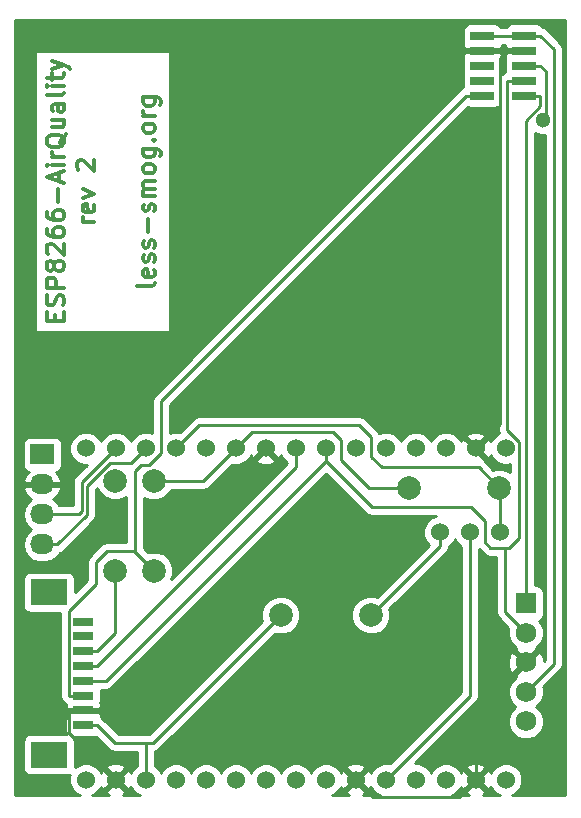
<source format=gbr>
G04 #@! TF.FileFunction,Copper,L1,Top,Signal*
%FSLAX46Y46*%
G04 Gerber Fmt 4.6, Leading zero omitted, Abs format (unit mm)*
G04 Created by KiCad (PCBNEW 4.0.6) date 2017 May 11, Thursday 23:22:10*
%MOMM*%
%LPD*%
G01*
G04 APERTURE LIST*
%ADD10C,1.000000*%
%ADD11C,0.300000*%
%ADD12R,1.700000X0.800000*%
%ADD13R,3.100000X2.200000*%
%ADD14R,2.032000X1.727200*%
%ADD15O,2.032000X1.727200*%
%ADD16R,2.050000X0.760000*%
%ADD17R,1.750000X1.750000*%
%ADD18C,1.750000*%
%ADD19C,1.524000*%
%ADD20C,1.998980*%
%ADD21C,1.300000*%
%ADD22C,0.250000*%
%ADD23C,0.254000*%
G04 APERTURE END LIST*
D10*
D11*
X23135357Y-46061070D02*
X23135357Y-45561070D01*
X23921071Y-45346784D02*
X23921071Y-46061070D01*
X22421071Y-46061070D01*
X22421071Y-45346784D01*
X23849643Y-44775356D02*
X23921071Y-44561070D01*
X23921071Y-44203927D01*
X23849643Y-44061070D01*
X23778214Y-43989641D01*
X23635357Y-43918213D01*
X23492500Y-43918213D01*
X23349643Y-43989641D01*
X23278214Y-44061070D01*
X23206786Y-44203927D01*
X23135357Y-44489641D01*
X23063929Y-44632499D01*
X22992500Y-44703927D01*
X22849643Y-44775356D01*
X22706786Y-44775356D01*
X22563929Y-44703927D01*
X22492500Y-44632499D01*
X22421071Y-44489641D01*
X22421071Y-44132499D01*
X22492500Y-43918213D01*
X23921071Y-43275356D02*
X22421071Y-43275356D01*
X22421071Y-42703928D01*
X22492500Y-42561070D01*
X22563929Y-42489642D01*
X22706786Y-42418213D01*
X22921071Y-42418213D01*
X23063929Y-42489642D01*
X23135357Y-42561070D01*
X23206786Y-42703928D01*
X23206786Y-43275356D01*
X23063929Y-41561070D02*
X22992500Y-41703928D01*
X22921071Y-41775356D01*
X22778214Y-41846785D01*
X22706786Y-41846785D01*
X22563929Y-41775356D01*
X22492500Y-41703928D01*
X22421071Y-41561070D01*
X22421071Y-41275356D01*
X22492500Y-41132499D01*
X22563929Y-41061070D01*
X22706786Y-40989642D01*
X22778214Y-40989642D01*
X22921071Y-41061070D01*
X22992500Y-41132499D01*
X23063929Y-41275356D01*
X23063929Y-41561070D01*
X23135357Y-41703928D01*
X23206786Y-41775356D01*
X23349643Y-41846785D01*
X23635357Y-41846785D01*
X23778214Y-41775356D01*
X23849643Y-41703928D01*
X23921071Y-41561070D01*
X23921071Y-41275356D01*
X23849643Y-41132499D01*
X23778214Y-41061070D01*
X23635357Y-40989642D01*
X23349643Y-40989642D01*
X23206786Y-41061070D01*
X23135357Y-41132499D01*
X23063929Y-41275356D01*
X22563929Y-40418214D02*
X22492500Y-40346785D01*
X22421071Y-40203928D01*
X22421071Y-39846785D01*
X22492500Y-39703928D01*
X22563929Y-39632499D01*
X22706786Y-39561071D01*
X22849643Y-39561071D01*
X23063929Y-39632499D01*
X23921071Y-40489642D01*
X23921071Y-39561071D01*
X22421071Y-38275357D02*
X22421071Y-38561071D01*
X22492500Y-38703928D01*
X22563929Y-38775357D01*
X22778214Y-38918214D01*
X23063929Y-38989643D01*
X23635357Y-38989643D01*
X23778214Y-38918214D01*
X23849643Y-38846786D01*
X23921071Y-38703928D01*
X23921071Y-38418214D01*
X23849643Y-38275357D01*
X23778214Y-38203928D01*
X23635357Y-38132500D01*
X23278214Y-38132500D01*
X23135357Y-38203928D01*
X23063929Y-38275357D01*
X22992500Y-38418214D01*
X22992500Y-38703928D01*
X23063929Y-38846786D01*
X23135357Y-38918214D01*
X23278214Y-38989643D01*
X22421071Y-36846786D02*
X22421071Y-37132500D01*
X22492500Y-37275357D01*
X22563929Y-37346786D01*
X22778214Y-37489643D01*
X23063929Y-37561072D01*
X23635357Y-37561072D01*
X23778214Y-37489643D01*
X23849643Y-37418215D01*
X23921071Y-37275357D01*
X23921071Y-36989643D01*
X23849643Y-36846786D01*
X23778214Y-36775357D01*
X23635357Y-36703929D01*
X23278214Y-36703929D01*
X23135357Y-36775357D01*
X23063929Y-36846786D01*
X22992500Y-36989643D01*
X22992500Y-37275357D01*
X23063929Y-37418215D01*
X23135357Y-37489643D01*
X23278214Y-37561072D01*
X23349643Y-36061072D02*
X23349643Y-34918215D01*
X23492500Y-34275358D02*
X23492500Y-33561072D01*
X23921071Y-34418215D02*
X22421071Y-33918215D01*
X23921071Y-33418215D01*
X23921071Y-32918215D02*
X22921071Y-32918215D01*
X22421071Y-32918215D02*
X22492500Y-32989644D01*
X22563929Y-32918215D01*
X22492500Y-32846787D01*
X22421071Y-32918215D01*
X22563929Y-32918215D01*
X23921071Y-32203929D02*
X22921071Y-32203929D01*
X23206786Y-32203929D02*
X23063929Y-32132501D01*
X22992500Y-32061072D01*
X22921071Y-31918215D01*
X22921071Y-31775358D01*
X24063929Y-30275358D02*
X23992500Y-30418215D01*
X23849643Y-30561072D01*
X23635357Y-30775358D01*
X23563929Y-30918215D01*
X23563929Y-31061072D01*
X23921071Y-30989644D02*
X23849643Y-31132501D01*
X23706786Y-31275358D01*
X23421071Y-31346787D01*
X22921071Y-31346787D01*
X22635357Y-31275358D01*
X22492500Y-31132501D01*
X22421071Y-30989644D01*
X22421071Y-30703930D01*
X22492500Y-30561072D01*
X22635357Y-30418215D01*
X22921071Y-30346787D01*
X23421071Y-30346787D01*
X23706786Y-30418215D01*
X23849643Y-30561072D01*
X23921071Y-30703930D01*
X23921071Y-30989644D01*
X22921071Y-29061072D02*
X23921071Y-29061072D01*
X22921071Y-29703929D02*
X23706786Y-29703929D01*
X23849643Y-29632501D01*
X23921071Y-29489643D01*
X23921071Y-29275358D01*
X23849643Y-29132501D01*
X23778214Y-29061072D01*
X23921071Y-27703929D02*
X23135357Y-27703929D01*
X22992500Y-27775358D01*
X22921071Y-27918215D01*
X22921071Y-28203929D01*
X22992500Y-28346786D01*
X23849643Y-27703929D02*
X23921071Y-27846786D01*
X23921071Y-28203929D01*
X23849643Y-28346786D01*
X23706786Y-28418215D01*
X23563929Y-28418215D01*
X23421071Y-28346786D01*
X23349643Y-28203929D01*
X23349643Y-27846786D01*
X23278214Y-27703929D01*
X23921071Y-26775357D02*
X23849643Y-26918215D01*
X23706786Y-26989643D01*
X22421071Y-26989643D01*
X23921071Y-26203929D02*
X22921071Y-26203929D01*
X22421071Y-26203929D02*
X22492500Y-26275358D01*
X22563929Y-26203929D01*
X22492500Y-26132501D01*
X22421071Y-26203929D01*
X22563929Y-26203929D01*
X22921071Y-25703929D02*
X22921071Y-25132500D01*
X22421071Y-25489643D02*
X23706786Y-25489643D01*
X23849643Y-25418215D01*
X23921071Y-25275357D01*
X23921071Y-25132500D01*
X22921071Y-24775357D02*
X23921071Y-24418214D01*
X22921071Y-24061072D02*
X23921071Y-24418214D01*
X24278214Y-24561072D01*
X24349643Y-24632500D01*
X24421071Y-24775357D01*
X26471071Y-37739642D02*
X25471071Y-37739642D01*
X25756786Y-37739642D02*
X25613929Y-37668214D01*
X25542500Y-37596785D01*
X25471071Y-37453928D01*
X25471071Y-37311071D01*
X26399643Y-36239643D02*
X26471071Y-36382500D01*
X26471071Y-36668214D01*
X26399643Y-36811071D01*
X26256786Y-36882500D01*
X25685357Y-36882500D01*
X25542500Y-36811071D01*
X25471071Y-36668214D01*
X25471071Y-36382500D01*
X25542500Y-36239643D01*
X25685357Y-36168214D01*
X25828214Y-36168214D01*
X25971071Y-36882500D01*
X25471071Y-35668214D02*
X26471071Y-35311071D01*
X25471071Y-34953929D01*
X25113929Y-33311072D02*
X25042500Y-33239643D01*
X24971071Y-33096786D01*
X24971071Y-32739643D01*
X25042500Y-32596786D01*
X25113929Y-32525357D01*
X25256786Y-32453929D01*
X25399643Y-32453929D01*
X25613929Y-32525357D01*
X26471071Y-33382500D01*
X26471071Y-32453929D01*
X31571071Y-42882500D02*
X31499643Y-43025358D01*
X31356786Y-43096786D01*
X30071071Y-43096786D01*
X31499643Y-41739644D02*
X31571071Y-41882501D01*
X31571071Y-42168215D01*
X31499643Y-42311072D01*
X31356786Y-42382501D01*
X30785357Y-42382501D01*
X30642500Y-42311072D01*
X30571071Y-42168215D01*
X30571071Y-41882501D01*
X30642500Y-41739644D01*
X30785357Y-41668215D01*
X30928214Y-41668215D01*
X31071071Y-42382501D01*
X31499643Y-41096787D02*
X31571071Y-40953930D01*
X31571071Y-40668215D01*
X31499643Y-40525358D01*
X31356786Y-40453930D01*
X31285357Y-40453930D01*
X31142500Y-40525358D01*
X31071071Y-40668215D01*
X31071071Y-40882501D01*
X30999643Y-41025358D01*
X30856786Y-41096787D01*
X30785357Y-41096787D01*
X30642500Y-41025358D01*
X30571071Y-40882501D01*
X30571071Y-40668215D01*
X30642500Y-40525358D01*
X31499643Y-39882501D02*
X31571071Y-39739644D01*
X31571071Y-39453929D01*
X31499643Y-39311072D01*
X31356786Y-39239644D01*
X31285357Y-39239644D01*
X31142500Y-39311072D01*
X31071071Y-39453929D01*
X31071071Y-39668215D01*
X30999643Y-39811072D01*
X30856786Y-39882501D01*
X30785357Y-39882501D01*
X30642500Y-39811072D01*
X30571071Y-39668215D01*
X30571071Y-39453929D01*
X30642500Y-39311072D01*
X30999643Y-38596786D02*
X30999643Y-37453929D01*
X31499643Y-36811072D02*
X31571071Y-36668215D01*
X31571071Y-36382500D01*
X31499643Y-36239643D01*
X31356786Y-36168215D01*
X31285357Y-36168215D01*
X31142500Y-36239643D01*
X31071071Y-36382500D01*
X31071071Y-36596786D01*
X30999643Y-36739643D01*
X30856786Y-36811072D01*
X30785357Y-36811072D01*
X30642500Y-36739643D01*
X30571071Y-36596786D01*
X30571071Y-36382500D01*
X30642500Y-36239643D01*
X31571071Y-35525357D02*
X30571071Y-35525357D01*
X30713929Y-35525357D02*
X30642500Y-35453929D01*
X30571071Y-35311071D01*
X30571071Y-35096786D01*
X30642500Y-34953929D01*
X30785357Y-34882500D01*
X31571071Y-34882500D01*
X30785357Y-34882500D02*
X30642500Y-34811071D01*
X30571071Y-34668214D01*
X30571071Y-34453929D01*
X30642500Y-34311071D01*
X30785357Y-34239643D01*
X31571071Y-34239643D01*
X31571071Y-33311071D02*
X31499643Y-33453929D01*
X31428214Y-33525357D01*
X31285357Y-33596786D01*
X30856786Y-33596786D01*
X30713929Y-33525357D01*
X30642500Y-33453929D01*
X30571071Y-33311071D01*
X30571071Y-33096786D01*
X30642500Y-32953929D01*
X30713929Y-32882500D01*
X30856786Y-32811071D01*
X31285357Y-32811071D01*
X31428214Y-32882500D01*
X31499643Y-32953929D01*
X31571071Y-33096786D01*
X31571071Y-33311071D01*
X30571071Y-31525357D02*
X31785357Y-31525357D01*
X31928214Y-31596786D01*
X31999643Y-31668214D01*
X32071071Y-31811071D01*
X32071071Y-32025357D01*
X31999643Y-32168214D01*
X31499643Y-31525357D02*
X31571071Y-31668214D01*
X31571071Y-31953928D01*
X31499643Y-32096786D01*
X31428214Y-32168214D01*
X31285357Y-32239643D01*
X30856786Y-32239643D01*
X30713929Y-32168214D01*
X30642500Y-32096786D01*
X30571071Y-31953928D01*
X30571071Y-31668214D01*
X30642500Y-31525357D01*
X31428214Y-30811071D02*
X31499643Y-30739643D01*
X31571071Y-30811071D01*
X31499643Y-30882500D01*
X31428214Y-30811071D01*
X31571071Y-30811071D01*
X31571071Y-29882499D02*
X31499643Y-30025357D01*
X31428214Y-30096785D01*
X31285357Y-30168214D01*
X30856786Y-30168214D01*
X30713929Y-30096785D01*
X30642500Y-30025357D01*
X30571071Y-29882499D01*
X30571071Y-29668214D01*
X30642500Y-29525357D01*
X30713929Y-29453928D01*
X30856786Y-29382499D01*
X31285357Y-29382499D01*
X31428214Y-29453928D01*
X31499643Y-29525357D01*
X31571071Y-29668214D01*
X31571071Y-29882499D01*
X31571071Y-28739642D02*
X30571071Y-28739642D01*
X30856786Y-28739642D02*
X30713929Y-28668214D01*
X30642500Y-28596785D01*
X30571071Y-28453928D01*
X30571071Y-28311071D01*
X30571071Y-27168214D02*
X31785357Y-27168214D01*
X31928214Y-27239643D01*
X31999643Y-27311071D01*
X32071071Y-27453928D01*
X32071071Y-27668214D01*
X31999643Y-27811071D01*
X31499643Y-27168214D02*
X31571071Y-27311071D01*
X31571071Y-27596785D01*
X31499643Y-27739643D01*
X31428214Y-27811071D01*
X31285357Y-27882500D01*
X30856786Y-27882500D01*
X30713929Y-27811071D01*
X30642500Y-27739643D01*
X30571071Y-27596785D01*
X30571071Y-27311071D01*
X30642500Y-27168214D01*
D12*
X25517500Y-71557500D03*
X25517500Y-72807500D03*
X25517500Y-74057500D03*
X25517500Y-75307500D03*
X25517500Y-76557500D03*
X25517500Y-77807500D03*
X25517500Y-79057500D03*
X25517500Y-80307500D03*
D13*
X22617500Y-69057500D03*
X22617500Y-82807500D03*
D14*
X22067500Y-57392500D03*
D15*
X22067500Y-59932500D03*
X22067500Y-62472500D03*
X22067500Y-65012500D03*
D16*
X59317500Y-21932500D03*
X59317500Y-23202500D03*
X59317500Y-24472500D03*
X59317500Y-25742500D03*
X59317500Y-27012500D03*
X62867500Y-23202500D03*
X62867500Y-21932500D03*
X62867500Y-24472500D03*
X62867500Y-25742500D03*
X62867500Y-27012500D03*
D17*
X63000000Y-70000000D03*
D18*
X63000000Y-72500000D03*
X63000000Y-75000000D03*
X63000000Y-77500000D03*
X63000000Y-80000000D03*
D19*
X25747500Y-84932500D03*
X28287500Y-84932500D03*
X30827500Y-84932500D03*
X33367500Y-84932500D03*
X35907500Y-84932500D03*
X38447500Y-84932500D03*
X40987500Y-84932500D03*
X43527500Y-84932500D03*
X46067500Y-84932500D03*
X48607500Y-84932500D03*
X51147500Y-84932500D03*
X53687500Y-84932500D03*
X56227500Y-84932500D03*
X58767500Y-84932500D03*
X61307500Y-84932500D03*
X61307500Y-56882500D03*
X58767500Y-56882500D03*
X56227500Y-56882500D03*
X53687500Y-56882500D03*
X51147500Y-56882500D03*
X48607500Y-56882500D03*
X46067500Y-56882500D03*
X43527500Y-56882500D03*
X40987500Y-56882500D03*
X38447500Y-56882500D03*
X35907500Y-56882500D03*
X33367500Y-56882500D03*
X30827500Y-56882500D03*
X28287500Y-56882500D03*
X25747500Y-56882500D03*
X58250000Y-64000000D03*
X55710000Y-64000000D03*
X60790000Y-64000000D03*
D20*
X31500000Y-67250000D03*
X31500000Y-59630000D03*
X28250000Y-67250000D03*
X28250000Y-59630000D03*
X53130000Y-60250000D03*
X60750000Y-60250000D03*
X42250000Y-71000000D03*
X49870000Y-71000000D03*
D21*
X64451500Y-29100000D03*
D22*
X58767500Y-84932500D02*
X57300000Y-86400000D01*
X57300000Y-86400000D02*
X50075000Y-86400000D01*
X50075000Y-86400000D02*
X48607500Y-84932500D01*
X58767500Y-56882500D02*
X60800000Y-54850000D01*
X60800000Y-54850000D02*
X60800000Y-23860100D01*
X60800000Y-23860100D02*
X61062700Y-23597400D01*
X62867500Y-23202500D02*
X61517200Y-23202500D01*
X59317500Y-23202500D02*
X60667800Y-23202500D01*
X58767500Y-79232500D02*
X58767500Y-84932500D01*
X63000000Y-75000000D02*
X58767500Y-79232500D01*
X61122300Y-23597400D02*
X61062700Y-23597400D01*
X61517200Y-23202500D02*
X61122300Y-23597400D01*
X61062700Y-23597400D02*
X60667800Y-23202500D01*
X24342200Y-80987200D02*
X24342200Y-79057500D01*
X28287500Y-84932500D02*
X24342200Y-80987200D01*
X25517500Y-79057500D02*
X24342200Y-79057500D01*
X59317500Y-21932500D02*
X62867500Y-21932500D01*
X25517500Y-80307500D02*
X26692800Y-80307500D01*
X30827500Y-81814000D02*
X30827500Y-84932500D01*
X31436000Y-81814000D02*
X30827500Y-81814000D01*
X42250000Y-71000000D02*
X31436000Y-81814000D01*
X28199300Y-81814000D02*
X26692800Y-80307500D01*
X30827500Y-81814000D02*
X28199300Y-81814000D01*
X62867500Y-21932500D02*
X64217800Y-21932500D01*
X65376500Y-23091200D02*
X64217800Y-21932500D01*
X65376500Y-75123500D02*
X65376500Y-23091200D01*
X63000000Y-77500000D02*
X65376500Y-75123500D01*
X53130000Y-60250000D02*
X49750000Y-60250000D01*
X49750000Y-60250000D02*
X47337500Y-57837500D01*
X47337500Y-57837500D02*
X47337500Y-56137500D01*
X47337500Y-56137500D02*
X46700000Y-55500000D01*
X46700000Y-55500000D02*
X39830000Y-55500000D01*
X39830000Y-55500000D02*
X38447500Y-56882500D01*
X35700000Y-59630000D02*
X31500000Y-59630000D01*
X38447500Y-56882500D02*
X35700000Y-59630000D01*
X58250000Y-77830000D02*
X51147500Y-84932500D01*
X58250000Y-64000000D02*
X58250000Y-77830000D01*
X60750000Y-60250000D02*
X59000000Y-58500000D01*
X59000000Y-58500000D02*
X50800000Y-58500000D01*
X50800000Y-58500000D02*
X49877600Y-57577600D01*
X49877600Y-57577600D02*
X49877600Y-55877600D01*
X49877600Y-55877600D02*
X48900000Y-54900000D01*
X48900000Y-54900000D02*
X35350000Y-54900000D01*
X35350000Y-54900000D02*
X33367500Y-56882500D01*
X60790000Y-60290000D02*
X60790000Y-64000000D01*
X60750000Y-60250000D02*
X60790000Y-60290000D01*
X55710000Y-65160000D02*
X55710000Y-64000000D01*
X49870000Y-71000000D02*
X55710000Y-65160000D01*
X64451500Y-29100000D02*
X64700000Y-28851500D01*
X64700000Y-28851500D02*
X64700000Y-28400000D01*
X64700000Y-28400000D02*
X64684500Y-28384500D01*
X64684500Y-28384500D02*
X64684500Y-24939200D01*
X64684500Y-24939200D02*
X64217800Y-24472500D01*
X64217800Y-24472500D02*
X62867500Y-24472500D01*
X25517500Y-74057500D02*
X26692800Y-74057500D01*
X28250000Y-72500300D02*
X26692800Y-74057500D01*
X28250000Y-67250000D02*
X28250000Y-72500300D01*
X43527500Y-58472800D02*
X26692800Y-75307500D01*
X43527500Y-56882500D02*
X43527500Y-58472800D01*
X25517500Y-75307500D02*
X26692800Y-75307500D01*
X62867500Y-27012500D02*
X64217800Y-27012500D01*
X63000000Y-70000000D02*
X63000000Y-68799700D01*
X63000000Y-29139200D02*
X63000000Y-68799700D01*
X64217800Y-27921400D02*
X63000000Y-29139200D01*
X64217800Y-27012500D02*
X64217800Y-27921400D01*
X46067500Y-56882500D02*
X46067500Y-57960130D01*
X46067500Y-57960130D02*
X49953170Y-61845800D01*
X49953170Y-61845800D02*
X58345800Y-61845800D01*
X58345800Y-61845800D02*
X59520000Y-63020000D01*
X59520000Y-63020000D02*
X59520000Y-64820000D01*
X60000000Y-65300000D02*
X61200000Y-65300000D01*
X59520000Y-64820000D02*
X60000000Y-65300000D01*
X61233800Y-70733800D02*
X63000000Y-72500000D01*
X61200000Y-65300000D02*
X61233800Y-65333800D01*
X61233800Y-65333800D02*
X61233800Y-70733800D01*
X62867500Y-25742500D02*
X61400000Y-25742500D01*
X61400000Y-25742500D02*
X61400000Y-55285500D01*
X61400000Y-55285500D02*
X62440400Y-56325900D01*
X62440400Y-56325900D02*
X62440400Y-64459600D01*
X62440400Y-64459600D02*
X61600000Y-65300000D01*
X61600000Y-65300000D02*
X61200000Y-65300000D01*
X25517500Y-76557500D02*
X27442500Y-76557500D01*
X27442500Y-76557500D02*
X46067500Y-57932500D01*
X46067500Y-57932500D02*
X46067500Y-56882500D01*
X30145500Y-65895500D02*
X29850000Y-65600000D01*
X29850000Y-65600000D02*
X27500000Y-65600000D01*
X24342200Y-77807500D02*
X25517500Y-77807500D01*
X27500000Y-65600000D02*
X26600000Y-66500000D01*
X26600000Y-66500000D02*
X26600000Y-68362100D01*
X26600000Y-68362100D02*
X24342200Y-70619900D01*
X24342200Y-70619900D02*
X24342200Y-77807500D01*
X59317500Y-27012500D02*
X57967200Y-27012500D01*
X57967200Y-27012500D02*
X32100000Y-52879700D01*
X29900000Y-65650000D02*
X30145500Y-65895500D01*
X32100000Y-52879700D02*
X32100000Y-57300000D01*
X32100000Y-57300000D02*
X31094491Y-58305509D01*
X31094491Y-58305509D02*
X30394491Y-58305509D01*
X30394491Y-58305509D02*
X29900000Y-58800000D01*
X29900000Y-58800000D02*
X29900000Y-65650000D01*
X31500000Y-67250000D02*
X30145500Y-65895500D01*
X28287500Y-56882500D02*
X25400000Y-59770000D01*
X25127500Y-62472500D02*
X22067500Y-62472500D01*
X25400000Y-59770000D02*
X25400000Y-62200000D01*
X25400000Y-62200000D02*
X25127500Y-62472500D01*
X22067500Y-65012500D02*
X23333500Y-65012500D01*
X23333500Y-65012500D02*
X25850011Y-62495989D01*
X25850011Y-62495989D02*
X25850011Y-60049989D01*
X25850011Y-60049989D02*
X27800000Y-58100000D01*
X27800000Y-58100000D02*
X29610000Y-58100000D01*
X29610000Y-58100000D02*
X30065501Y-57644499D01*
X30065501Y-57644499D02*
X30827500Y-56882500D01*
D23*
G36*
X27661899Y-82351401D02*
X27908461Y-82516148D01*
X28199300Y-82574000D01*
X30067500Y-82574000D01*
X30067500Y-83734969D01*
X30037197Y-83747490D01*
X29643871Y-84140130D01*
X29564105Y-84332227D01*
X29509897Y-84201357D01*
X29267713Y-84131892D01*
X28467105Y-84932500D01*
X29267713Y-85733108D01*
X29509897Y-85663643D01*
X29560009Y-85523182D01*
X29642490Y-85722803D01*
X30035130Y-86116129D01*
X30291300Y-86222500D01*
X28855435Y-86222500D01*
X29018643Y-86154897D01*
X29088108Y-85912713D01*
X28287500Y-85112105D01*
X27486892Y-85912713D01*
X27556357Y-86154897D01*
X27745846Y-86222500D01*
X26283707Y-86222500D01*
X26537803Y-86117510D01*
X26931129Y-85724870D01*
X27010895Y-85532773D01*
X27065103Y-85663643D01*
X27307287Y-85733108D01*
X28107895Y-84932500D01*
X27307287Y-84131892D01*
X27065103Y-84201357D01*
X27014991Y-84341818D01*
X26932510Y-84142197D01*
X26742932Y-83952287D01*
X27486892Y-83952287D01*
X28287500Y-84752895D01*
X29088108Y-83952287D01*
X29018643Y-83710103D01*
X28495198Y-83523356D01*
X27940132Y-83551138D01*
X27556357Y-83710103D01*
X27486892Y-83952287D01*
X26742932Y-83952287D01*
X26539870Y-83748871D01*
X26026600Y-83535743D01*
X25470839Y-83535258D01*
X24957197Y-83747490D01*
X24814940Y-83889499D01*
X24814940Y-81707500D01*
X24770662Y-81472183D01*
X24695218Y-81354940D01*
X26367500Y-81354940D01*
X26602817Y-81310662D01*
X26613978Y-81303480D01*
X27661899Y-82351401D01*
X27661899Y-82351401D01*
G37*
X27661899Y-82351401D02*
X27908461Y-82516148D01*
X28199300Y-82574000D01*
X30067500Y-82574000D01*
X30067500Y-83734969D01*
X30037197Y-83747490D01*
X29643871Y-84140130D01*
X29564105Y-84332227D01*
X29509897Y-84201357D01*
X29267713Y-84131892D01*
X28467105Y-84932500D01*
X29267713Y-85733108D01*
X29509897Y-85663643D01*
X29560009Y-85523182D01*
X29642490Y-85722803D01*
X30035130Y-86116129D01*
X30291300Y-86222500D01*
X28855435Y-86222500D01*
X29018643Y-86154897D01*
X29088108Y-85912713D01*
X28287500Y-85112105D01*
X27486892Y-85912713D01*
X27556357Y-86154897D01*
X27745846Y-86222500D01*
X26283707Y-86222500D01*
X26537803Y-86117510D01*
X26931129Y-85724870D01*
X27010895Y-85532773D01*
X27065103Y-85663643D01*
X27307287Y-85733108D01*
X28107895Y-84932500D01*
X27307287Y-84131892D01*
X27065103Y-84201357D01*
X27014991Y-84341818D01*
X26932510Y-84142197D01*
X26742932Y-83952287D01*
X27486892Y-83952287D01*
X28287500Y-84752895D01*
X29088108Y-83952287D01*
X29018643Y-83710103D01*
X28495198Y-83523356D01*
X27940132Y-83551138D01*
X27556357Y-83710103D01*
X27486892Y-83952287D01*
X26742932Y-83952287D01*
X26539870Y-83748871D01*
X26026600Y-83535743D01*
X25470839Y-83535258D01*
X24957197Y-83747490D01*
X24814940Y-83889499D01*
X24814940Y-81707500D01*
X24770662Y-81472183D01*
X24695218Y-81354940D01*
X26367500Y-81354940D01*
X26602817Y-81310662D01*
X26613978Y-81303480D01*
X27661899Y-82351401D01*
G36*
X66357500Y-86222500D02*
X61843707Y-86222500D01*
X62097803Y-86117510D01*
X62491129Y-85724870D01*
X62704257Y-85211600D01*
X62704742Y-84655839D01*
X62492510Y-84142197D01*
X62099870Y-83748871D01*
X61586600Y-83535743D01*
X61030839Y-83535258D01*
X60517197Y-83747490D01*
X60123871Y-84140130D01*
X60044105Y-84332227D01*
X59989897Y-84201357D01*
X59747713Y-84131892D01*
X58947105Y-84932500D01*
X59747713Y-85733108D01*
X59989897Y-85663643D01*
X60040009Y-85523182D01*
X60122490Y-85722803D01*
X60515130Y-86116129D01*
X60771300Y-86222500D01*
X59335435Y-86222500D01*
X59498643Y-86154897D01*
X59568108Y-85912713D01*
X58767500Y-85112105D01*
X57966892Y-85912713D01*
X58036357Y-86154897D01*
X58225846Y-86222500D01*
X56763707Y-86222500D01*
X57017803Y-86117510D01*
X57411129Y-85724870D01*
X57490895Y-85532773D01*
X57545103Y-85663643D01*
X57787287Y-85733108D01*
X58587895Y-84932500D01*
X57787287Y-84131892D01*
X57545103Y-84201357D01*
X57494991Y-84341818D01*
X57412510Y-84142197D01*
X57222932Y-83952287D01*
X57966892Y-83952287D01*
X58767500Y-84752895D01*
X59568108Y-83952287D01*
X59498643Y-83710103D01*
X58975198Y-83523356D01*
X58420132Y-83551138D01*
X58036357Y-83710103D01*
X57966892Y-83952287D01*
X57222932Y-83952287D01*
X57019870Y-83748871D01*
X56506600Y-83535743D01*
X55950839Y-83535258D01*
X55437197Y-83747490D01*
X55043871Y-84140130D01*
X54957551Y-84348012D01*
X54872510Y-84142197D01*
X54479870Y-83748871D01*
X53966600Y-83535743D01*
X53619362Y-83535440D01*
X58787401Y-78367401D01*
X58952148Y-78120839D01*
X59010000Y-77830000D01*
X59010000Y-74765306D01*
X61478410Y-74765306D01*
X61504421Y-75365458D01*
X61684047Y-75799116D01*
X61937940Y-75882455D01*
X62820395Y-75000000D01*
X61937940Y-74117545D01*
X61684047Y-74200884D01*
X61478410Y-74765306D01*
X59010000Y-74765306D01*
X59010000Y-65384802D01*
X59462599Y-65837402D01*
X59709161Y-66002148D01*
X60000000Y-66060000D01*
X60473800Y-66060000D01*
X60473800Y-70733800D01*
X60531652Y-71024639D01*
X60696399Y-71271201D01*
X61529361Y-72104163D01*
X61490262Y-72198325D01*
X61489738Y-72799040D01*
X61719138Y-73354229D01*
X62143537Y-73779370D01*
X62166469Y-73788892D01*
X62117545Y-73937940D01*
X63000000Y-74820395D01*
X63882455Y-73937940D01*
X63833682Y-73789352D01*
X63854229Y-73780862D01*
X64279370Y-73356463D01*
X64509738Y-72801675D01*
X64510262Y-72200960D01*
X64280862Y-71645771D01*
X64112283Y-71476897D01*
X64326441Y-71339090D01*
X64471431Y-71126890D01*
X64522440Y-70875000D01*
X64522440Y-69125000D01*
X64478162Y-68889683D01*
X64339090Y-68673559D01*
X64126890Y-68528569D01*
X63875000Y-68477560D01*
X63760000Y-68477560D01*
X63760000Y-30204242D01*
X64194776Y-30384777D01*
X64616500Y-30385145D01*
X64616500Y-74808698D01*
X64507837Y-74917361D01*
X64495579Y-74634542D01*
X64315953Y-74200884D01*
X64062060Y-74117545D01*
X63179605Y-75000000D01*
X63193748Y-75014143D01*
X63014143Y-75193748D01*
X63000000Y-75179605D01*
X62117545Y-76062060D01*
X62166318Y-76210648D01*
X62145771Y-76219138D01*
X61720630Y-76643537D01*
X61490262Y-77198325D01*
X61489738Y-77799040D01*
X61719138Y-78354229D01*
X62114536Y-78750318D01*
X61720630Y-79143537D01*
X61490262Y-79698325D01*
X61489738Y-80299040D01*
X61719138Y-80854229D01*
X62143537Y-81279370D01*
X62698325Y-81509738D01*
X63299040Y-81510262D01*
X63854229Y-81280862D01*
X64279370Y-80856463D01*
X64509738Y-80301675D01*
X64510262Y-79700960D01*
X64280862Y-79145771D01*
X63885464Y-78749682D01*
X64279370Y-78356463D01*
X64509738Y-77801675D01*
X64510262Y-77200960D01*
X64470375Y-77104427D01*
X65913901Y-75660901D01*
X66078648Y-75414339D01*
X66136500Y-75123500D01*
X66136500Y-23091200D01*
X66110391Y-22959940D01*
X66078648Y-22800360D01*
X65913901Y-22553799D01*
X64755201Y-21395099D01*
X64508639Y-21230352D01*
X64429681Y-21214646D01*
X64356590Y-21101059D01*
X64144390Y-20956069D01*
X63892500Y-20905060D01*
X61842500Y-20905060D01*
X61607183Y-20949338D01*
X61391059Y-21088410D01*
X61333603Y-21172500D01*
X60852561Y-21172500D01*
X60806590Y-21101059D01*
X60594390Y-20956069D01*
X60342500Y-20905060D01*
X58292500Y-20905060D01*
X58057183Y-20949338D01*
X57841059Y-21088410D01*
X57696069Y-21300610D01*
X57645060Y-21552500D01*
X57645060Y-22312500D01*
X57689338Y-22547817D01*
X57707359Y-22575822D01*
X57657500Y-22696191D01*
X57657500Y-22916750D01*
X57816250Y-23075500D01*
X59190500Y-23075500D01*
X59190500Y-23055500D01*
X59444500Y-23055500D01*
X59444500Y-23075500D01*
X60818750Y-23075500D01*
X60977500Y-22916750D01*
X60977500Y-22696191D01*
X60975971Y-22692500D01*
X61209029Y-22692500D01*
X61207500Y-22696191D01*
X61207500Y-22916750D01*
X61366250Y-23075500D01*
X62740500Y-23075500D01*
X62740500Y-23055500D01*
X62994500Y-23055500D01*
X62994500Y-23075500D01*
X63014500Y-23075500D01*
X63014500Y-23329500D01*
X62994500Y-23329500D01*
X62994500Y-23349500D01*
X62740500Y-23349500D01*
X62740500Y-23329500D01*
X61366250Y-23329500D01*
X61207500Y-23488250D01*
X61207500Y-23708809D01*
X61256046Y-23826009D01*
X61246069Y-23840610D01*
X61195060Y-24092500D01*
X61195060Y-24852500D01*
X61226033Y-25017105D01*
X61109161Y-25040352D01*
X60949409Y-25147095D01*
X60945662Y-25127183D01*
X60934844Y-25110371D01*
X60938931Y-25104390D01*
X60989940Y-24852500D01*
X60989940Y-24092500D01*
X60945662Y-23857183D01*
X60927641Y-23829178D01*
X60977500Y-23708809D01*
X60977500Y-23488250D01*
X60818750Y-23329500D01*
X59444500Y-23329500D01*
X59444500Y-23349500D01*
X59190500Y-23349500D01*
X59190500Y-23329500D01*
X57816250Y-23329500D01*
X57657500Y-23488250D01*
X57657500Y-23708809D01*
X57706046Y-23826009D01*
X57696069Y-23840610D01*
X57645060Y-24092500D01*
X57645060Y-24852500D01*
X57689338Y-25087817D01*
X57700156Y-25104629D01*
X57696069Y-25110610D01*
X57645060Y-25362500D01*
X57645060Y-26122500D01*
X57680261Y-26309576D01*
X57676361Y-26310352D01*
X57429799Y-26475099D01*
X31562599Y-52342299D01*
X31397852Y-52588861D01*
X31340000Y-52879700D01*
X31340000Y-55582659D01*
X31106600Y-55485743D01*
X30550839Y-55485258D01*
X30037197Y-55697490D01*
X29643871Y-56090130D01*
X29557551Y-56298012D01*
X29472510Y-56092197D01*
X29079870Y-55698871D01*
X28566600Y-55485743D01*
X28010839Y-55485258D01*
X27497197Y-55697490D01*
X27103871Y-56090130D01*
X27017551Y-56298012D01*
X26932510Y-56092197D01*
X26539870Y-55698871D01*
X26026600Y-55485743D01*
X25470839Y-55485258D01*
X24957197Y-55697490D01*
X24563871Y-56090130D01*
X24350743Y-56603400D01*
X24350258Y-57159161D01*
X24562490Y-57672803D01*
X24955130Y-58066129D01*
X25468400Y-58279257D01*
X25815638Y-58279560D01*
X24862599Y-59232599D01*
X24697852Y-59479161D01*
X24640000Y-59770000D01*
X24640000Y-61712500D01*
X23512148Y-61712500D01*
X23311915Y-61412830D01*
X23002431Y-61206039D01*
X23418232Y-60834536D01*
X23672209Y-60307291D01*
X23674858Y-60291526D01*
X23553717Y-60059500D01*
X22194500Y-60059500D01*
X22194500Y-60079500D01*
X21940500Y-60079500D01*
X21940500Y-60059500D01*
X20581283Y-60059500D01*
X20460142Y-60291526D01*
X20462791Y-60307291D01*
X20716768Y-60834536D01*
X21132569Y-61206039D01*
X20823085Y-61412830D01*
X20498229Y-61899011D01*
X20384155Y-62472500D01*
X20498229Y-63045989D01*
X20823085Y-63532170D01*
X21137866Y-63742500D01*
X20823085Y-63952830D01*
X20498229Y-64439011D01*
X20384155Y-65012500D01*
X20498229Y-65585989D01*
X20823085Y-66072170D01*
X21309266Y-66397026D01*
X21882755Y-66511100D01*
X22252245Y-66511100D01*
X22825734Y-66397026D01*
X23311915Y-66072170D01*
X23539532Y-65731517D01*
X23624339Y-65714648D01*
X23870901Y-65549901D01*
X26387412Y-63033390D01*
X26552159Y-62786828D01*
X26610011Y-62495989D01*
X26610011Y-60364791D01*
X26733899Y-60240903D01*
X26863538Y-60554655D01*
X27322927Y-61014846D01*
X27923453Y-61264206D01*
X28573694Y-61264774D01*
X29140000Y-61030781D01*
X29140000Y-64840000D01*
X27500000Y-64840000D01*
X27209160Y-64897852D01*
X26962599Y-65062599D01*
X26062599Y-65962599D01*
X25897852Y-66209161D01*
X25840000Y-66500000D01*
X25840000Y-68047298D01*
X24814940Y-69072358D01*
X24814940Y-67957500D01*
X24770662Y-67722183D01*
X24631590Y-67506059D01*
X24419390Y-67361069D01*
X24167500Y-67310060D01*
X21067500Y-67310060D01*
X20832183Y-67354338D01*
X20616059Y-67493410D01*
X20471069Y-67705610D01*
X20420060Y-67957500D01*
X20420060Y-70157500D01*
X20464338Y-70392817D01*
X20603410Y-70608941D01*
X20815610Y-70753931D01*
X21067500Y-70804940D01*
X23582200Y-70804940D01*
X23582200Y-77807500D01*
X23640052Y-78098339D01*
X23804799Y-78344901D01*
X24043578Y-78504447D01*
X24032500Y-78531191D01*
X24032500Y-78771750D01*
X24191250Y-78930500D01*
X25390500Y-78930500D01*
X25390500Y-78910500D01*
X25644500Y-78910500D01*
X25644500Y-78930500D01*
X26843750Y-78930500D01*
X27002500Y-78771750D01*
X27002500Y-78531191D01*
X26966830Y-78445076D01*
X27014940Y-78207500D01*
X27014940Y-77407500D01*
X26998005Y-77317500D01*
X27442500Y-77317500D01*
X27733339Y-77259648D01*
X27979901Y-77094901D01*
X46053685Y-59021117D01*
X49415769Y-62383201D01*
X49662330Y-62547948D01*
X49953170Y-62605800D01*
X55425977Y-62605800D01*
X54919697Y-62814990D01*
X54526371Y-63207630D01*
X54313243Y-63720900D01*
X54312758Y-64276661D01*
X54524990Y-64790303D01*
X54764733Y-65030465D01*
X50361083Y-69434115D01*
X50196547Y-69365794D01*
X49546306Y-69365226D01*
X48945345Y-69613538D01*
X48485154Y-70072927D01*
X48235794Y-70673453D01*
X48235226Y-71323694D01*
X48483538Y-71924655D01*
X48942927Y-72384846D01*
X49543453Y-72634206D01*
X50193694Y-72634774D01*
X50794655Y-72386462D01*
X51254846Y-71927073D01*
X51504206Y-71326547D01*
X51504774Y-70676306D01*
X51435691Y-70509111D01*
X56247401Y-65697401D01*
X56412148Y-65450840D01*
X56461866Y-65200892D01*
X56500303Y-65185010D01*
X56893629Y-64792370D01*
X56979949Y-64584488D01*
X57064990Y-64790303D01*
X57457630Y-65183629D01*
X57490000Y-65197070D01*
X57490000Y-77515198D01*
X51456881Y-83548317D01*
X51426600Y-83535743D01*
X50870839Y-83535258D01*
X50357197Y-83747490D01*
X49963871Y-84140130D01*
X49884105Y-84332227D01*
X49829897Y-84201357D01*
X49587713Y-84131892D01*
X48787105Y-84932500D01*
X49587713Y-85733108D01*
X49829897Y-85663643D01*
X49880009Y-85523182D01*
X49962490Y-85722803D01*
X50355130Y-86116129D01*
X50611300Y-86222500D01*
X49175435Y-86222500D01*
X49338643Y-86154897D01*
X49408108Y-85912713D01*
X48607500Y-85112105D01*
X47806892Y-85912713D01*
X47876357Y-86154897D01*
X48065846Y-86222500D01*
X46603707Y-86222500D01*
X46857803Y-86117510D01*
X47251129Y-85724870D01*
X47330895Y-85532773D01*
X47385103Y-85663643D01*
X47627287Y-85733108D01*
X48427895Y-84932500D01*
X47627287Y-84131892D01*
X47385103Y-84201357D01*
X47334991Y-84341818D01*
X47252510Y-84142197D01*
X47062932Y-83952287D01*
X47806892Y-83952287D01*
X48607500Y-84752895D01*
X49408108Y-83952287D01*
X49338643Y-83710103D01*
X48815198Y-83523356D01*
X48260132Y-83551138D01*
X47876357Y-83710103D01*
X47806892Y-83952287D01*
X47062932Y-83952287D01*
X46859870Y-83748871D01*
X46346600Y-83535743D01*
X45790839Y-83535258D01*
X45277197Y-83747490D01*
X44883871Y-84140130D01*
X44797551Y-84348012D01*
X44712510Y-84142197D01*
X44319870Y-83748871D01*
X43806600Y-83535743D01*
X43250839Y-83535258D01*
X42737197Y-83747490D01*
X42343871Y-84140130D01*
X42257551Y-84348012D01*
X42172510Y-84142197D01*
X41779870Y-83748871D01*
X41266600Y-83535743D01*
X40710839Y-83535258D01*
X40197197Y-83747490D01*
X39803871Y-84140130D01*
X39717551Y-84348012D01*
X39632510Y-84142197D01*
X39239870Y-83748871D01*
X38726600Y-83535743D01*
X38170839Y-83535258D01*
X37657197Y-83747490D01*
X37263871Y-84140130D01*
X37177551Y-84348012D01*
X37092510Y-84142197D01*
X36699870Y-83748871D01*
X36186600Y-83535743D01*
X35630839Y-83535258D01*
X35117197Y-83747490D01*
X34723871Y-84140130D01*
X34637551Y-84348012D01*
X34552510Y-84142197D01*
X34159870Y-83748871D01*
X33646600Y-83535743D01*
X33090839Y-83535258D01*
X32577197Y-83747490D01*
X32183871Y-84140130D01*
X32097551Y-84348012D01*
X32012510Y-84142197D01*
X31619870Y-83748871D01*
X31587500Y-83735430D01*
X31587500Y-82543865D01*
X31726839Y-82516148D01*
X31973401Y-82351401D01*
X41758917Y-72565885D01*
X41923453Y-72634206D01*
X42573694Y-72634774D01*
X43174655Y-72386462D01*
X43634846Y-71927073D01*
X43884206Y-71326547D01*
X43884774Y-70676306D01*
X43636462Y-70075345D01*
X43177073Y-69615154D01*
X42576547Y-69365794D01*
X41926306Y-69365226D01*
X41325345Y-69613538D01*
X40865154Y-70072927D01*
X40615794Y-70673453D01*
X40615226Y-71323694D01*
X40684309Y-71490889D01*
X31121198Y-81054000D01*
X28514102Y-81054000D01*
X27230201Y-79770099D01*
X26991422Y-79610553D01*
X27002500Y-79583809D01*
X27002500Y-79343250D01*
X26843750Y-79184500D01*
X25644500Y-79184500D01*
X25644500Y-79204500D01*
X25390500Y-79204500D01*
X25390500Y-79184500D01*
X24191250Y-79184500D01*
X24032500Y-79343250D01*
X24032500Y-79583809D01*
X24068170Y-79669924D01*
X24020060Y-79907500D01*
X24020060Y-80707500D01*
X24064338Y-80942817D01*
X24139782Y-81060060D01*
X21067500Y-81060060D01*
X20832183Y-81104338D01*
X20616059Y-81243410D01*
X20471069Y-81455610D01*
X20420060Y-81707500D01*
X20420060Y-83907500D01*
X20464338Y-84142817D01*
X20603410Y-84358941D01*
X20815610Y-84503931D01*
X21067500Y-84554940D01*
X24167500Y-84554940D01*
X24402817Y-84510662D01*
X24412637Y-84504343D01*
X24350743Y-84653400D01*
X24350258Y-85209161D01*
X24562490Y-85722803D01*
X24955130Y-86116129D01*
X25211300Y-86222500D01*
X19777500Y-86222500D01*
X19777500Y-56528900D01*
X20404060Y-56528900D01*
X20404060Y-58256100D01*
X20448338Y-58491417D01*
X20587410Y-58707541D01*
X20799610Y-58852531D01*
X20894427Y-58871732D01*
X20716768Y-59030464D01*
X20462791Y-59557709D01*
X20460142Y-59573474D01*
X20581283Y-59805500D01*
X21940500Y-59805500D01*
X21940500Y-59785500D01*
X22194500Y-59785500D01*
X22194500Y-59805500D01*
X23553717Y-59805500D01*
X23674858Y-59573474D01*
X23672209Y-59557709D01*
X23418232Y-59030464D01*
X23242655Y-58873593D01*
X23318817Y-58859262D01*
X23534941Y-58720190D01*
X23679931Y-58507990D01*
X23730940Y-58256100D01*
X23730940Y-56528900D01*
X23686662Y-56293583D01*
X23547590Y-56077459D01*
X23335390Y-55932469D01*
X23083500Y-55881460D01*
X21051500Y-55881460D01*
X20816183Y-55925738D01*
X20600059Y-56064810D01*
X20455069Y-56277010D01*
X20404060Y-56528900D01*
X19777500Y-56528900D01*
X19777500Y-23211786D01*
X21407500Y-23211786D01*
X21407500Y-47053213D01*
X32877500Y-47053213D01*
X32877500Y-23211786D01*
X21407500Y-23211786D01*
X19777500Y-23211786D01*
X19777500Y-20642500D01*
X66357500Y-20642500D01*
X66357500Y-86222500D01*
X66357500Y-86222500D01*
G37*
X66357500Y-86222500D02*
X61843707Y-86222500D01*
X62097803Y-86117510D01*
X62491129Y-85724870D01*
X62704257Y-85211600D01*
X62704742Y-84655839D01*
X62492510Y-84142197D01*
X62099870Y-83748871D01*
X61586600Y-83535743D01*
X61030839Y-83535258D01*
X60517197Y-83747490D01*
X60123871Y-84140130D01*
X60044105Y-84332227D01*
X59989897Y-84201357D01*
X59747713Y-84131892D01*
X58947105Y-84932500D01*
X59747713Y-85733108D01*
X59989897Y-85663643D01*
X60040009Y-85523182D01*
X60122490Y-85722803D01*
X60515130Y-86116129D01*
X60771300Y-86222500D01*
X59335435Y-86222500D01*
X59498643Y-86154897D01*
X59568108Y-85912713D01*
X58767500Y-85112105D01*
X57966892Y-85912713D01*
X58036357Y-86154897D01*
X58225846Y-86222500D01*
X56763707Y-86222500D01*
X57017803Y-86117510D01*
X57411129Y-85724870D01*
X57490895Y-85532773D01*
X57545103Y-85663643D01*
X57787287Y-85733108D01*
X58587895Y-84932500D01*
X57787287Y-84131892D01*
X57545103Y-84201357D01*
X57494991Y-84341818D01*
X57412510Y-84142197D01*
X57222932Y-83952287D01*
X57966892Y-83952287D01*
X58767500Y-84752895D01*
X59568108Y-83952287D01*
X59498643Y-83710103D01*
X58975198Y-83523356D01*
X58420132Y-83551138D01*
X58036357Y-83710103D01*
X57966892Y-83952287D01*
X57222932Y-83952287D01*
X57019870Y-83748871D01*
X56506600Y-83535743D01*
X55950839Y-83535258D01*
X55437197Y-83747490D01*
X55043871Y-84140130D01*
X54957551Y-84348012D01*
X54872510Y-84142197D01*
X54479870Y-83748871D01*
X53966600Y-83535743D01*
X53619362Y-83535440D01*
X58787401Y-78367401D01*
X58952148Y-78120839D01*
X59010000Y-77830000D01*
X59010000Y-74765306D01*
X61478410Y-74765306D01*
X61504421Y-75365458D01*
X61684047Y-75799116D01*
X61937940Y-75882455D01*
X62820395Y-75000000D01*
X61937940Y-74117545D01*
X61684047Y-74200884D01*
X61478410Y-74765306D01*
X59010000Y-74765306D01*
X59010000Y-65384802D01*
X59462599Y-65837402D01*
X59709161Y-66002148D01*
X60000000Y-66060000D01*
X60473800Y-66060000D01*
X60473800Y-70733800D01*
X60531652Y-71024639D01*
X60696399Y-71271201D01*
X61529361Y-72104163D01*
X61490262Y-72198325D01*
X61489738Y-72799040D01*
X61719138Y-73354229D01*
X62143537Y-73779370D01*
X62166469Y-73788892D01*
X62117545Y-73937940D01*
X63000000Y-74820395D01*
X63882455Y-73937940D01*
X63833682Y-73789352D01*
X63854229Y-73780862D01*
X64279370Y-73356463D01*
X64509738Y-72801675D01*
X64510262Y-72200960D01*
X64280862Y-71645771D01*
X64112283Y-71476897D01*
X64326441Y-71339090D01*
X64471431Y-71126890D01*
X64522440Y-70875000D01*
X64522440Y-69125000D01*
X64478162Y-68889683D01*
X64339090Y-68673559D01*
X64126890Y-68528569D01*
X63875000Y-68477560D01*
X63760000Y-68477560D01*
X63760000Y-30204242D01*
X64194776Y-30384777D01*
X64616500Y-30385145D01*
X64616500Y-74808698D01*
X64507837Y-74917361D01*
X64495579Y-74634542D01*
X64315953Y-74200884D01*
X64062060Y-74117545D01*
X63179605Y-75000000D01*
X63193748Y-75014143D01*
X63014143Y-75193748D01*
X63000000Y-75179605D01*
X62117545Y-76062060D01*
X62166318Y-76210648D01*
X62145771Y-76219138D01*
X61720630Y-76643537D01*
X61490262Y-77198325D01*
X61489738Y-77799040D01*
X61719138Y-78354229D01*
X62114536Y-78750318D01*
X61720630Y-79143537D01*
X61490262Y-79698325D01*
X61489738Y-80299040D01*
X61719138Y-80854229D01*
X62143537Y-81279370D01*
X62698325Y-81509738D01*
X63299040Y-81510262D01*
X63854229Y-81280862D01*
X64279370Y-80856463D01*
X64509738Y-80301675D01*
X64510262Y-79700960D01*
X64280862Y-79145771D01*
X63885464Y-78749682D01*
X64279370Y-78356463D01*
X64509738Y-77801675D01*
X64510262Y-77200960D01*
X64470375Y-77104427D01*
X65913901Y-75660901D01*
X66078648Y-75414339D01*
X66136500Y-75123500D01*
X66136500Y-23091200D01*
X66110391Y-22959940D01*
X66078648Y-22800360D01*
X65913901Y-22553799D01*
X64755201Y-21395099D01*
X64508639Y-21230352D01*
X64429681Y-21214646D01*
X64356590Y-21101059D01*
X64144390Y-20956069D01*
X63892500Y-20905060D01*
X61842500Y-20905060D01*
X61607183Y-20949338D01*
X61391059Y-21088410D01*
X61333603Y-21172500D01*
X60852561Y-21172500D01*
X60806590Y-21101059D01*
X60594390Y-20956069D01*
X60342500Y-20905060D01*
X58292500Y-20905060D01*
X58057183Y-20949338D01*
X57841059Y-21088410D01*
X57696069Y-21300610D01*
X57645060Y-21552500D01*
X57645060Y-22312500D01*
X57689338Y-22547817D01*
X57707359Y-22575822D01*
X57657500Y-22696191D01*
X57657500Y-22916750D01*
X57816250Y-23075500D01*
X59190500Y-23075500D01*
X59190500Y-23055500D01*
X59444500Y-23055500D01*
X59444500Y-23075500D01*
X60818750Y-23075500D01*
X60977500Y-22916750D01*
X60977500Y-22696191D01*
X60975971Y-22692500D01*
X61209029Y-22692500D01*
X61207500Y-22696191D01*
X61207500Y-22916750D01*
X61366250Y-23075500D01*
X62740500Y-23075500D01*
X62740500Y-23055500D01*
X62994500Y-23055500D01*
X62994500Y-23075500D01*
X63014500Y-23075500D01*
X63014500Y-23329500D01*
X62994500Y-23329500D01*
X62994500Y-23349500D01*
X62740500Y-23349500D01*
X62740500Y-23329500D01*
X61366250Y-23329500D01*
X61207500Y-23488250D01*
X61207500Y-23708809D01*
X61256046Y-23826009D01*
X61246069Y-23840610D01*
X61195060Y-24092500D01*
X61195060Y-24852500D01*
X61226033Y-25017105D01*
X61109161Y-25040352D01*
X60949409Y-25147095D01*
X60945662Y-25127183D01*
X60934844Y-25110371D01*
X60938931Y-25104390D01*
X60989940Y-24852500D01*
X60989940Y-24092500D01*
X60945662Y-23857183D01*
X60927641Y-23829178D01*
X60977500Y-23708809D01*
X60977500Y-23488250D01*
X60818750Y-23329500D01*
X59444500Y-23329500D01*
X59444500Y-23349500D01*
X59190500Y-23349500D01*
X59190500Y-23329500D01*
X57816250Y-23329500D01*
X57657500Y-23488250D01*
X57657500Y-23708809D01*
X57706046Y-23826009D01*
X57696069Y-23840610D01*
X57645060Y-24092500D01*
X57645060Y-24852500D01*
X57689338Y-25087817D01*
X57700156Y-25104629D01*
X57696069Y-25110610D01*
X57645060Y-25362500D01*
X57645060Y-26122500D01*
X57680261Y-26309576D01*
X57676361Y-26310352D01*
X57429799Y-26475099D01*
X31562599Y-52342299D01*
X31397852Y-52588861D01*
X31340000Y-52879700D01*
X31340000Y-55582659D01*
X31106600Y-55485743D01*
X30550839Y-55485258D01*
X30037197Y-55697490D01*
X29643871Y-56090130D01*
X29557551Y-56298012D01*
X29472510Y-56092197D01*
X29079870Y-55698871D01*
X28566600Y-55485743D01*
X28010839Y-55485258D01*
X27497197Y-55697490D01*
X27103871Y-56090130D01*
X27017551Y-56298012D01*
X26932510Y-56092197D01*
X26539870Y-55698871D01*
X26026600Y-55485743D01*
X25470839Y-55485258D01*
X24957197Y-55697490D01*
X24563871Y-56090130D01*
X24350743Y-56603400D01*
X24350258Y-57159161D01*
X24562490Y-57672803D01*
X24955130Y-58066129D01*
X25468400Y-58279257D01*
X25815638Y-58279560D01*
X24862599Y-59232599D01*
X24697852Y-59479161D01*
X24640000Y-59770000D01*
X24640000Y-61712500D01*
X23512148Y-61712500D01*
X23311915Y-61412830D01*
X23002431Y-61206039D01*
X23418232Y-60834536D01*
X23672209Y-60307291D01*
X23674858Y-60291526D01*
X23553717Y-60059500D01*
X22194500Y-60059500D01*
X22194500Y-60079500D01*
X21940500Y-60079500D01*
X21940500Y-60059500D01*
X20581283Y-60059500D01*
X20460142Y-60291526D01*
X20462791Y-60307291D01*
X20716768Y-60834536D01*
X21132569Y-61206039D01*
X20823085Y-61412830D01*
X20498229Y-61899011D01*
X20384155Y-62472500D01*
X20498229Y-63045989D01*
X20823085Y-63532170D01*
X21137866Y-63742500D01*
X20823085Y-63952830D01*
X20498229Y-64439011D01*
X20384155Y-65012500D01*
X20498229Y-65585989D01*
X20823085Y-66072170D01*
X21309266Y-66397026D01*
X21882755Y-66511100D01*
X22252245Y-66511100D01*
X22825734Y-66397026D01*
X23311915Y-66072170D01*
X23539532Y-65731517D01*
X23624339Y-65714648D01*
X23870901Y-65549901D01*
X26387412Y-63033390D01*
X26552159Y-62786828D01*
X26610011Y-62495989D01*
X26610011Y-60364791D01*
X26733899Y-60240903D01*
X26863538Y-60554655D01*
X27322927Y-61014846D01*
X27923453Y-61264206D01*
X28573694Y-61264774D01*
X29140000Y-61030781D01*
X29140000Y-64840000D01*
X27500000Y-64840000D01*
X27209160Y-64897852D01*
X26962599Y-65062599D01*
X26062599Y-65962599D01*
X25897852Y-66209161D01*
X25840000Y-66500000D01*
X25840000Y-68047298D01*
X24814940Y-69072358D01*
X24814940Y-67957500D01*
X24770662Y-67722183D01*
X24631590Y-67506059D01*
X24419390Y-67361069D01*
X24167500Y-67310060D01*
X21067500Y-67310060D01*
X20832183Y-67354338D01*
X20616059Y-67493410D01*
X20471069Y-67705610D01*
X20420060Y-67957500D01*
X20420060Y-70157500D01*
X20464338Y-70392817D01*
X20603410Y-70608941D01*
X20815610Y-70753931D01*
X21067500Y-70804940D01*
X23582200Y-70804940D01*
X23582200Y-77807500D01*
X23640052Y-78098339D01*
X23804799Y-78344901D01*
X24043578Y-78504447D01*
X24032500Y-78531191D01*
X24032500Y-78771750D01*
X24191250Y-78930500D01*
X25390500Y-78930500D01*
X25390500Y-78910500D01*
X25644500Y-78910500D01*
X25644500Y-78930500D01*
X26843750Y-78930500D01*
X27002500Y-78771750D01*
X27002500Y-78531191D01*
X26966830Y-78445076D01*
X27014940Y-78207500D01*
X27014940Y-77407500D01*
X26998005Y-77317500D01*
X27442500Y-77317500D01*
X27733339Y-77259648D01*
X27979901Y-77094901D01*
X46053685Y-59021117D01*
X49415769Y-62383201D01*
X49662330Y-62547948D01*
X49953170Y-62605800D01*
X55425977Y-62605800D01*
X54919697Y-62814990D01*
X54526371Y-63207630D01*
X54313243Y-63720900D01*
X54312758Y-64276661D01*
X54524990Y-64790303D01*
X54764733Y-65030465D01*
X50361083Y-69434115D01*
X50196547Y-69365794D01*
X49546306Y-69365226D01*
X48945345Y-69613538D01*
X48485154Y-70072927D01*
X48235794Y-70673453D01*
X48235226Y-71323694D01*
X48483538Y-71924655D01*
X48942927Y-72384846D01*
X49543453Y-72634206D01*
X50193694Y-72634774D01*
X50794655Y-72386462D01*
X51254846Y-71927073D01*
X51504206Y-71326547D01*
X51504774Y-70676306D01*
X51435691Y-70509111D01*
X56247401Y-65697401D01*
X56412148Y-65450840D01*
X56461866Y-65200892D01*
X56500303Y-65185010D01*
X56893629Y-64792370D01*
X56979949Y-64584488D01*
X57064990Y-64790303D01*
X57457630Y-65183629D01*
X57490000Y-65197070D01*
X57490000Y-77515198D01*
X51456881Y-83548317D01*
X51426600Y-83535743D01*
X50870839Y-83535258D01*
X50357197Y-83747490D01*
X49963871Y-84140130D01*
X49884105Y-84332227D01*
X49829897Y-84201357D01*
X49587713Y-84131892D01*
X48787105Y-84932500D01*
X49587713Y-85733108D01*
X49829897Y-85663643D01*
X49880009Y-85523182D01*
X49962490Y-85722803D01*
X50355130Y-86116129D01*
X50611300Y-86222500D01*
X49175435Y-86222500D01*
X49338643Y-86154897D01*
X49408108Y-85912713D01*
X48607500Y-85112105D01*
X47806892Y-85912713D01*
X47876357Y-86154897D01*
X48065846Y-86222500D01*
X46603707Y-86222500D01*
X46857803Y-86117510D01*
X47251129Y-85724870D01*
X47330895Y-85532773D01*
X47385103Y-85663643D01*
X47627287Y-85733108D01*
X48427895Y-84932500D01*
X47627287Y-84131892D01*
X47385103Y-84201357D01*
X47334991Y-84341818D01*
X47252510Y-84142197D01*
X47062932Y-83952287D01*
X47806892Y-83952287D01*
X48607500Y-84752895D01*
X49408108Y-83952287D01*
X49338643Y-83710103D01*
X48815198Y-83523356D01*
X48260132Y-83551138D01*
X47876357Y-83710103D01*
X47806892Y-83952287D01*
X47062932Y-83952287D01*
X46859870Y-83748871D01*
X46346600Y-83535743D01*
X45790839Y-83535258D01*
X45277197Y-83747490D01*
X44883871Y-84140130D01*
X44797551Y-84348012D01*
X44712510Y-84142197D01*
X44319870Y-83748871D01*
X43806600Y-83535743D01*
X43250839Y-83535258D01*
X42737197Y-83747490D01*
X42343871Y-84140130D01*
X42257551Y-84348012D01*
X42172510Y-84142197D01*
X41779870Y-83748871D01*
X41266600Y-83535743D01*
X40710839Y-83535258D01*
X40197197Y-83747490D01*
X39803871Y-84140130D01*
X39717551Y-84348012D01*
X39632510Y-84142197D01*
X39239870Y-83748871D01*
X38726600Y-83535743D01*
X38170839Y-83535258D01*
X37657197Y-83747490D01*
X37263871Y-84140130D01*
X37177551Y-84348012D01*
X37092510Y-84142197D01*
X36699870Y-83748871D01*
X36186600Y-83535743D01*
X35630839Y-83535258D01*
X35117197Y-83747490D01*
X34723871Y-84140130D01*
X34637551Y-84348012D01*
X34552510Y-84142197D01*
X34159870Y-83748871D01*
X33646600Y-83535743D01*
X33090839Y-83535258D01*
X32577197Y-83747490D01*
X32183871Y-84140130D01*
X32097551Y-84348012D01*
X32012510Y-84142197D01*
X31619870Y-83748871D01*
X31587500Y-83735430D01*
X31587500Y-82543865D01*
X31726839Y-82516148D01*
X31973401Y-82351401D01*
X41758917Y-72565885D01*
X41923453Y-72634206D01*
X42573694Y-72634774D01*
X43174655Y-72386462D01*
X43634846Y-71927073D01*
X43884206Y-71326547D01*
X43884774Y-70676306D01*
X43636462Y-70075345D01*
X43177073Y-69615154D01*
X42576547Y-69365794D01*
X41926306Y-69365226D01*
X41325345Y-69613538D01*
X40865154Y-70072927D01*
X40615794Y-70673453D01*
X40615226Y-71323694D01*
X40684309Y-71490889D01*
X31121198Y-81054000D01*
X28514102Y-81054000D01*
X27230201Y-79770099D01*
X26991422Y-79610553D01*
X27002500Y-79583809D01*
X27002500Y-79343250D01*
X26843750Y-79184500D01*
X25644500Y-79184500D01*
X25644500Y-79204500D01*
X25390500Y-79204500D01*
X25390500Y-79184500D01*
X24191250Y-79184500D01*
X24032500Y-79343250D01*
X24032500Y-79583809D01*
X24068170Y-79669924D01*
X24020060Y-79907500D01*
X24020060Y-80707500D01*
X24064338Y-80942817D01*
X24139782Y-81060060D01*
X21067500Y-81060060D01*
X20832183Y-81104338D01*
X20616059Y-81243410D01*
X20471069Y-81455610D01*
X20420060Y-81707500D01*
X20420060Y-83907500D01*
X20464338Y-84142817D01*
X20603410Y-84358941D01*
X20815610Y-84503931D01*
X21067500Y-84554940D01*
X24167500Y-84554940D01*
X24402817Y-84510662D01*
X24412637Y-84504343D01*
X24350743Y-84653400D01*
X24350258Y-85209161D01*
X24562490Y-85722803D01*
X24955130Y-86116129D01*
X25211300Y-86222500D01*
X19777500Y-86222500D01*
X19777500Y-56528900D01*
X20404060Y-56528900D01*
X20404060Y-58256100D01*
X20448338Y-58491417D01*
X20587410Y-58707541D01*
X20799610Y-58852531D01*
X20894427Y-58871732D01*
X20716768Y-59030464D01*
X20462791Y-59557709D01*
X20460142Y-59573474D01*
X20581283Y-59805500D01*
X21940500Y-59805500D01*
X21940500Y-59785500D01*
X22194500Y-59785500D01*
X22194500Y-59805500D01*
X23553717Y-59805500D01*
X23674858Y-59573474D01*
X23672209Y-59557709D01*
X23418232Y-59030464D01*
X23242655Y-58873593D01*
X23318817Y-58859262D01*
X23534941Y-58720190D01*
X23679931Y-58507990D01*
X23730940Y-58256100D01*
X23730940Y-56528900D01*
X23686662Y-56293583D01*
X23547590Y-56077459D01*
X23335390Y-55932469D01*
X23083500Y-55881460D01*
X21051500Y-55881460D01*
X20816183Y-55925738D01*
X20600059Y-56064810D01*
X20455069Y-56277010D01*
X20404060Y-56528900D01*
X19777500Y-56528900D01*
X19777500Y-23211786D01*
X21407500Y-23211786D01*
X21407500Y-47053213D01*
X32877500Y-47053213D01*
X32877500Y-23211786D01*
X21407500Y-23211786D01*
X19777500Y-23211786D01*
X19777500Y-20642500D01*
X66357500Y-20642500D01*
X66357500Y-86222500D01*
G36*
X41181248Y-56868358D02*
X41167105Y-56882500D01*
X41967713Y-57683108D01*
X42209897Y-57613643D01*
X42260009Y-57473182D01*
X42342490Y-57672803D01*
X42735130Y-58066129D01*
X42767500Y-58079570D01*
X42767500Y-58157998D01*
X32981717Y-67943781D01*
X33134206Y-67576547D01*
X33134774Y-66926306D01*
X32886462Y-66325345D01*
X32427073Y-65865154D01*
X31826547Y-65615794D01*
X31176306Y-65615226D01*
X31009111Y-65684309D01*
X30660000Y-65335198D01*
X30660000Y-61051002D01*
X31173453Y-61264206D01*
X31823694Y-61264774D01*
X32424655Y-61016462D01*
X32884846Y-60557073D01*
X32954221Y-60390000D01*
X35700000Y-60390000D01*
X35990839Y-60332148D01*
X36237401Y-60167401D01*
X38138119Y-58266683D01*
X38168400Y-58279257D01*
X38724161Y-58279742D01*
X39237803Y-58067510D01*
X39442957Y-57862713D01*
X40186892Y-57862713D01*
X40256357Y-58104897D01*
X40779802Y-58291644D01*
X41334868Y-58263862D01*
X41718643Y-58104897D01*
X41788108Y-57862713D01*
X40987500Y-57062105D01*
X40186892Y-57862713D01*
X39442957Y-57862713D01*
X39631129Y-57674870D01*
X39710895Y-57482773D01*
X39765103Y-57613643D01*
X40007287Y-57683108D01*
X40807895Y-56882500D01*
X40793753Y-56868358D01*
X40973358Y-56688753D01*
X40987500Y-56702895D01*
X41001643Y-56688753D01*
X41181248Y-56868358D01*
X41181248Y-56868358D01*
G37*
X41181248Y-56868358D02*
X41167105Y-56882500D01*
X41967713Y-57683108D01*
X42209897Y-57613643D01*
X42260009Y-57473182D01*
X42342490Y-57672803D01*
X42735130Y-58066129D01*
X42767500Y-58079570D01*
X42767500Y-58157998D01*
X32981717Y-67943781D01*
X33134206Y-67576547D01*
X33134774Y-66926306D01*
X32886462Y-66325345D01*
X32427073Y-65865154D01*
X31826547Y-65615794D01*
X31176306Y-65615226D01*
X31009111Y-65684309D01*
X30660000Y-65335198D01*
X30660000Y-61051002D01*
X31173453Y-61264206D01*
X31823694Y-61264774D01*
X32424655Y-61016462D01*
X32884846Y-60557073D01*
X32954221Y-60390000D01*
X35700000Y-60390000D01*
X35990839Y-60332148D01*
X36237401Y-60167401D01*
X38138119Y-58266683D01*
X38168400Y-58279257D01*
X38724161Y-58279742D01*
X39237803Y-58067510D01*
X39442957Y-57862713D01*
X40186892Y-57862713D01*
X40256357Y-58104897D01*
X40779802Y-58291644D01*
X41334868Y-58263862D01*
X41718643Y-58104897D01*
X41788108Y-57862713D01*
X40987500Y-57062105D01*
X40186892Y-57862713D01*
X39442957Y-57862713D01*
X39631129Y-57674870D01*
X39710895Y-57482773D01*
X39765103Y-57613643D01*
X40007287Y-57683108D01*
X40807895Y-56882500D01*
X40793753Y-56868358D01*
X40973358Y-56688753D01*
X40987500Y-56702895D01*
X41001643Y-56688753D01*
X41181248Y-56868358D01*
G36*
X60640000Y-55285500D02*
X60697852Y-55576339D01*
X60722203Y-55612783D01*
X60517197Y-55697490D01*
X60123871Y-56090130D01*
X60044105Y-56282227D01*
X59989897Y-56151357D01*
X59747713Y-56081892D01*
X58947105Y-56882500D01*
X59747713Y-57683108D01*
X59989897Y-57613643D01*
X60040009Y-57473182D01*
X60122490Y-57672803D01*
X60515130Y-58066129D01*
X61028400Y-58279257D01*
X61584161Y-58279742D01*
X61680400Y-58239977D01*
X61680400Y-58868487D01*
X61677073Y-58865154D01*
X61076547Y-58615794D01*
X60426306Y-58615226D01*
X60259111Y-58684309D01*
X59538999Y-57964197D01*
X59568108Y-57862713D01*
X58767500Y-57062105D01*
X58753358Y-57076248D01*
X58573753Y-56896643D01*
X58587895Y-56882500D01*
X57787287Y-56081892D01*
X57545103Y-56151357D01*
X57494991Y-56291818D01*
X57412510Y-56092197D01*
X57222932Y-55902287D01*
X57966892Y-55902287D01*
X58767500Y-56702895D01*
X59568108Y-55902287D01*
X59498643Y-55660103D01*
X58975198Y-55473356D01*
X58420132Y-55501138D01*
X58036357Y-55660103D01*
X57966892Y-55902287D01*
X57222932Y-55902287D01*
X57019870Y-55698871D01*
X56506600Y-55485743D01*
X55950839Y-55485258D01*
X55437197Y-55697490D01*
X55043871Y-56090130D01*
X54957551Y-56298012D01*
X54872510Y-56092197D01*
X54479870Y-55698871D01*
X53966600Y-55485743D01*
X53410839Y-55485258D01*
X52897197Y-55697490D01*
X52503871Y-56090130D01*
X52417551Y-56298012D01*
X52332510Y-56092197D01*
X51939870Y-55698871D01*
X51426600Y-55485743D01*
X50870839Y-55485258D01*
X50583199Y-55604108D01*
X50579748Y-55586761D01*
X50579748Y-55586760D01*
X50415001Y-55340199D01*
X49437401Y-54362599D01*
X49190839Y-54197852D01*
X48900000Y-54140000D01*
X35350000Y-54140000D01*
X35059160Y-54197852D01*
X34812599Y-54362599D01*
X33676881Y-55498317D01*
X33646600Y-55485743D01*
X33090839Y-55485258D01*
X32860000Y-55580638D01*
X32860000Y-53194502D01*
X58061368Y-27993134D01*
X58292500Y-28039940D01*
X60342500Y-28039940D01*
X60577817Y-27995662D01*
X60640000Y-27955648D01*
X60640000Y-55285500D01*
X60640000Y-55285500D01*
G37*
X60640000Y-55285500D02*
X60697852Y-55576339D01*
X60722203Y-55612783D01*
X60517197Y-55697490D01*
X60123871Y-56090130D01*
X60044105Y-56282227D01*
X59989897Y-56151357D01*
X59747713Y-56081892D01*
X58947105Y-56882500D01*
X59747713Y-57683108D01*
X59989897Y-57613643D01*
X60040009Y-57473182D01*
X60122490Y-57672803D01*
X60515130Y-58066129D01*
X61028400Y-58279257D01*
X61584161Y-58279742D01*
X61680400Y-58239977D01*
X61680400Y-58868487D01*
X61677073Y-58865154D01*
X61076547Y-58615794D01*
X60426306Y-58615226D01*
X60259111Y-58684309D01*
X59538999Y-57964197D01*
X59568108Y-57862713D01*
X58767500Y-57062105D01*
X58753358Y-57076248D01*
X58573753Y-56896643D01*
X58587895Y-56882500D01*
X57787287Y-56081892D01*
X57545103Y-56151357D01*
X57494991Y-56291818D01*
X57412510Y-56092197D01*
X57222932Y-55902287D01*
X57966892Y-55902287D01*
X58767500Y-56702895D01*
X59568108Y-55902287D01*
X59498643Y-55660103D01*
X58975198Y-55473356D01*
X58420132Y-55501138D01*
X58036357Y-55660103D01*
X57966892Y-55902287D01*
X57222932Y-55902287D01*
X57019870Y-55698871D01*
X56506600Y-55485743D01*
X55950839Y-55485258D01*
X55437197Y-55697490D01*
X55043871Y-56090130D01*
X54957551Y-56298012D01*
X54872510Y-56092197D01*
X54479870Y-55698871D01*
X53966600Y-55485743D01*
X53410839Y-55485258D01*
X52897197Y-55697490D01*
X52503871Y-56090130D01*
X52417551Y-56298012D01*
X52332510Y-56092197D01*
X51939870Y-55698871D01*
X51426600Y-55485743D01*
X50870839Y-55485258D01*
X50583199Y-55604108D01*
X50579748Y-55586761D01*
X50579748Y-55586760D01*
X50415001Y-55340199D01*
X49437401Y-54362599D01*
X49190839Y-54197852D01*
X48900000Y-54140000D01*
X35350000Y-54140000D01*
X35059160Y-54197852D01*
X34812599Y-54362599D01*
X33676881Y-55498317D01*
X33646600Y-55485743D01*
X33090839Y-55485258D01*
X32860000Y-55580638D01*
X32860000Y-53194502D01*
X58061368Y-27993134D01*
X58292500Y-28039940D01*
X60342500Y-28039940D01*
X60577817Y-27995662D01*
X60640000Y-27955648D01*
X60640000Y-55285500D01*
M02*

</source>
